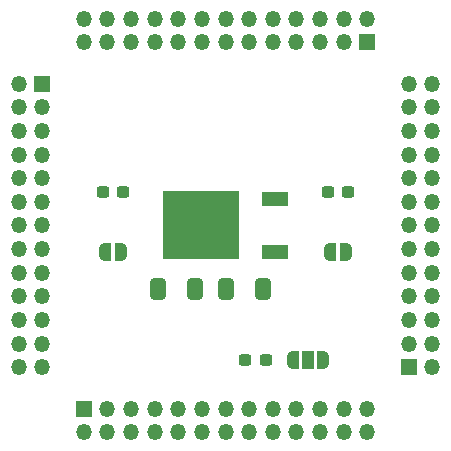
<source format=gbr>
%TF.GenerationSoftware,KiCad,Pcbnew,(6.0.2)*%
%TF.CreationDate,2026-01-28T08:29:43-08:00*%
%TF.ProjectId,i386sx-socket,69333836-7378-42d7-936f-636b65742e6b,1.0*%
%TF.SameCoordinates,Original*%
%TF.FileFunction,Soldermask,Bot*%
%TF.FilePolarity,Negative*%
%FSLAX46Y46*%
G04 Gerber Fmt 4.6, Leading zero omitted, Abs format (unit mm)*
G04 Created by KiCad (PCBNEW (6.0.2)) date 2026-01-28 08:29:43*
%MOMM*%
%LPD*%
G01*
G04 APERTURE LIST*
G04 Aperture macros list*
%AMRoundRect*
0 Rectangle with rounded corners*
0 $1 Rounding radius*
0 $2 $3 $4 $5 $6 $7 $8 $9 X,Y pos of 4 corners*
0 Add a 4 corners polygon primitive as box body*
4,1,4,$2,$3,$4,$5,$6,$7,$8,$9,$2,$3,0*
0 Add four circle primitives for the rounded corners*
1,1,$1+$1,$2,$3*
1,1,$1+$1,$4,$5*
1,1,$1+$1,$6,$7*
1,1,$1+$1,$8,$9*
0 Add four rect primitives between the rounded corners*
20,1,$1+$1,$2,$3,$4,$5,0*
20,1,$1+$1,$4,$5,$6,$7,0*
20,1,$1+$1,$6,$7,$8,$9,0*
20,1,$1+$1,$8,$9,$2,$3,0*%
%AMFreePoly0*
4,1,22,0.500000,-0.750000,0.000000,-0.750000,0.000000,-0.745033,-0.079941,-0.743568,-0.215256,-0.701293,-0.333266,-0.622738,-0.424486,-0.514219,-0.481581,-0.384460,-0.499164,-0.250000,-0.500000,-0.250000,-0.500000,0.250000,-0.499164,0.250000,-0.499963,0.256109,-0.478152,0.396186,-0.417904,0.524511,-0.324060,0.630769,-0.204165,0.706417,-0.067858,0.745374,0.000000,0.744959,0.000000,0.750000,
0.500000,0.750000,0.500000,-0.750000,0.500000,-0.750000,$1*%
%AMFreePoly1*
4,1,20,0.000000,0.744959,0.073905,0.744508,0.209726,0.703889,0.328688,0.626782,0.421226,0.519385,0.479903,0.390333,0.500000,0.250000,0.500000,-0.250000,0.499851,-0.262216,0.476331,-0.402017,0.414519,-0.529596,0.319384,-0.634700,0.198574,-0.708877,0.061801,-0.746166,0.000000,-0.745033,0.000000,-0.750000,-0.500000,-0.750000,-0.500000,0.750000,0.000000,0.750000,0.000000,0.744959,
0.000000,0.744959,$1*%
%AMFreePoly2*
4,1,22,0.550000,-0.750000,0.000000,-0.750000,0.000000,-0.745033,-0.079941,-0.743568,-0.215256,-0.701293,-0.333266,-0.622738,-0.424486,-0.514219,-0.481581,-0.384460,-0.499164,-0.250000,-0.500000,-0.250000,-0.500000,0.250000,-0.499164,0.250000,-0.499963,0.256109,-0.478152,0.396186,-0.417904,0.524511,-0.324060,0.630769,-0.204165,0.706417,-0.067858,0.745374,0.000000,0.744959,0.000000,0.750000,
0.550000,0.750000,0.550000,-0.750000,0.550000,-0.750000,$1*%
%AMFreePoly3*
4,1,20,0.000000,0.744959,0.073905,0.744508,0.209726,0.703889,0.328688,0.626782,0.421226,0.519385,0.479903,0.390333,0.500000,0.250000,0.500000,-0.250000,0.499851,-0.262216,0.476331,-0.402017,0.414519,-0.529596,0.319384,-0.634700,0.198574,-0.708877,0.061801,-0.746166,0.000000,-0.745033,0.000000,-0.750000,-0.550000,-0.750000,-0.550000,0.750000,0.000000,0.750000,0.000000,0.744959,
0.000000,0.744959,$1*%
G04 Aperture macros list end*
%ADD10FreePoly0,0.000000*%
%ADD11FreePoly1,0.000000*%
%ADD12RoundRect,0.237500X0.300000X0.237500X-0.300000X0.237500X-0.300000X-0.237500X0.300000X-0.237500X0*%
%ADD13R,1.350000X1.350000*%
%ADD14O,1.350000X1.350000*%
%ADD15FreePoly2,180.000000*%
%ADD16R,1.000000X1.500000*%
%ADD17FreePoly3,180.000000*%
%ADD18RoundRect,0.237500X-0.300000X-0.237500X0.300000X-0.237500X0.300000X0.237500X-0.300000X0.237500X0*%
%ADD19FreePoly0,180.000000*%
%ADD20FreePoly1,180.000000*%
%ADD21RoundRect,0.250000X0.412500X0.650000X-0.412500X0.650000X-0.412500X-0.650000X0.412500X-0.650000X0*%
%ADD22R,2.200000X1.200000*%
%ADD23R,6.400000X5.800000*%
G04 APERTURE END LIST*
D10*
%TO.C,JP2*%
X135875000Y-84772500D03*
D11*
X137175000Y-84772500D03*
%TD*%
D12*
%TO.C,C3*%
X149452500Y-93980000D03*
X147727500Y-93980000D03*
%TD*%
D13*
%TO.C,J4*%
X158050000Y-67040000D03*
D14*
X158050000Y-65040000D03*
X156050000Y-67040000D03*
X156050000Y-65040000D03*
X154050000Y-67040000D03*
X154050000Y-65040000D03*
X152050000Y-67040000D03*
X152050000Y-65040000D03*
X150050000Y-67040000D03*
X150050000Y-65040000D03*
X148050000Y-67040000D03*
X148050000Y-65040000D03*
X146050000Y-67040000D03*
X146050000Y-65040000D03*
X144050000Y-67040000D03*
X144050000Y-65040000D03*
X142050000Y-67040000D03*
X142050000Y-65040000D03*
X140050000Y-67040000D03*
X140050000Y-65040000D03*
X138050000Y-67040000D03*
X138050000Y-65040000D03*
X136050000Y-67040000D03*
X136050000Y-65040000D03*
X134050000Y-67040000D03*
X134050000Y-65040000D03*
%TD*%
D12*
%TO.C,C2*%
X137387500Y-79692500D03*
X135662500Y-79692500D03*
%TD*%
D15*
%TO.C,JP3*%
X154335000Y-93980000D03*
D16*
X153035000Y-93980000D03*
D17*
X151735000Y-93980000D03*
%TD*%
D18*
%TO.C,C1*%
X154712500Y-79692500D03*
X156437500Y-79692500D03*
%TD*%
D19*
%TO.C,JP1*%
X156225000Y-84772500D03*
D20*
X154925000Y-84772500D03*
%TD*%
D13*
%TO.C,J2*%
X134050000Y-98060000D03*
D14*
X134050000Y-100060000D03*
X136050000Y-98060000D03*
X136050000Y-100060000D03*
X138050000Y-98060000D03*
X138050000Y-100060000D03*
X140050000Y-98060000D03*
X140050000Y-100060000D03*
X142050000Y-98060000D03*
X142050000Y-100060000D03*
X144050000Y-98060000D03*
X144050000Y-100060000D03*
X146050000Y-98060000D03*
X146050000Y-100060000D03*
X148050000Y-98060000D03*
X148050000Y-100060000D03*
X150050000Y-98060000D03*
X150050000Y-100060000D03*
X152050000Y-98060000D03*
X152050000Y-100060000D03*
X154050000Y-98060000D03*
X154050000Y-100060000D03*
X156050000Y-98060000D03*
X156050000Y-100060000D03*
X158050000Y-98060000D03*
X158050000Y-100060000D03*
%TD*%
D13*
%TO.C,J3*%
X161560000Y-94550000D03*
D14*
X163560000Y-94550000D03*
X161560000Y-92550000D03*
X163560000Y-92550000D03*
X161560000Y-90550000D03*
X163560000Y-90550000D03*
X161560000Y-88550000D03*
X163560000Y-88550000D03*
X161560000Y-86550000D03*
X163560000Y-86550000D03*
X161560000Y-84550000D03*
X163560000Y-84550000D03*
X161560000Y-82550000D03*
X163560000Y-82550000D03*
X161560000Y-80550000D03*
X163560000Y-80550000D03*
X161560000Y-78550000D03*
X163560000Y-78550000D03*
X161560000Y-76550000D03*
X163560000Y-76550000D03*
X161560000Y-74550000D03*
X163560000Y-74550000D03*
X161560000Y-72550000D03*
X163560000Y-72550000D03*
X161560000Y-70550000D03*
X163560000Y-70550000D03*
%TD*%
D21*
%TO.C,C5*%
X143485000Y-87947500D03*
X140360000Y-87947500D03*
%TD*%
D22*
%TO.C,U2*%
X150250000Y-80270000D03*
D23*
X143950000Y-82550000D03*
D22*
X150250000Y-84830000D03*
%TD*%
D21*
%TO.C,C4*%
X149200000Y-87947500D03*
X146075000Y-87947500D03*
%TD*%
D13*
%TO.C,J1*%
X130540000Y-70550000D03*
D14*
X128540000Y-70550000D03*
X130540000Y-72550000D03*
X128540000Y-72550000D03*
X130540000Y-74550000D03*
X128540000Y-74550000D03*
X130540000Y-76550000D03*
X128540000Y-76550000D03*
X130540000Y-78550000D03*
X128540000Y-78550000D03*
X130540000Y-80550000D03*
X128540000Y-80550000D03*
X130540000Y-82550000D03*
X128540000Y-82550000D03*
X130540000Y-84550000D03*
X128540000Y-84550000D03*
X130540000Y-86550000D03*
X128540000Y-86550000D03*
X130540000Y-88550000D03*
X128540000Y-88550000D03*
X130540000Y-90550000D03*
X128540000Y-90550000D03*
X130540000Y-92550000D03*
X128540000Y-92550000D03*
X130540000Y-94550000D03*
X128540000Y-94550000D03*
%TD*%
M02*

</source>
